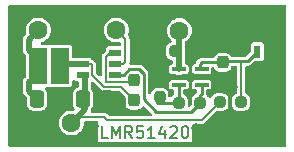
<source format=gbr>
%TF.GenerationSoftware,KiCad,Pcbnew,7.0.7*%
%TF.CreationDate,2023-11-19T15:45:14+03:00*%
%TF.ProjectId,Main_PCB_002,4d61696e-5f50-4434-925f-3030322e6b69,rev?*%
%TF.SameCoordinates,Original*%
%TF.FileFunction,Copper,L1,Top*%
%TF.FilePolarity,Positive*%
%FSLAX46Y46*%
G04 Gerber Fmt 4.6, Leading zero omitted, Abs format (unit mm)*
G04 Created by KiCad (PCBNEW 7.0.7) date 2023-11-19 15:45:14*
%MOMM*%
%LPD*%
G01*
G04 APERTURE LIST*
G04 Aperture macros list*
%AMRoundRect*
0 Rectangle with rounded corners*
0 $1 Rounding radius*
0 $2 $3 $4 $5 $6 $7 $8 $9 X,Y pos of 4 corners*
0 Add a 4 corners polygon primitive as box body*
4,1,4,$2,$3,$4,$5,$6,$7,$8,$9,$2,$3,0*
0 Add four circle primitives for the rounded corners*
1,1,$1+$1,$2,$3*
1,1,$1+$1,$4,$5*
1,1,$1+$1,$6,$7*
1,1,$1+$1,$8,$9*
0 Add four rect primitives between the rounded corners*
20,1,$1+$1,$2,$3,$4,$5,0*
20,1,$1+$1,$4,$5,$6,$7,0*
20,1,$1+$1,$6,$7,$8,$9,0*
20,1,$1+$1,$8,$9,$2,$3,0*%
G04 Aperture macros list end*
%ADD10C,0.150000*%
%TA.AperFunction,NonConductor*%
%ADD11C,0.150000*%
%TD*%
%TA.AperFunction,SMDPad,CuDef*%
%ADD12R,1.168400X0.304800*%
%TD*%
%TA.AperFunction,ComponentPad*%
%ADD13C,1.600000*%
%TD*%
%TA.AperFunction,SMDPad,CuDef*%
%ADD14RoundRect,0.250000X-0.337500X-0.475000X0.337500X-0.475000X0.337500X0.475000X-0.337500X0.475000X0*%
%TD*%
%TA.AperFunction,SMDPad,CuDef*%
%ADD15RoundRect,0.237500X-0.237500X0.300000X-0.237500X-0.300000X0.237500X-0.300000X0.237500X0.300000X0*%
%TD*%
%TA.AperFunction,SMDPad,CuDef*%
%ADD16R,0.600800X1.111200*%
%TD*%
%TA.AperFunction,SMDPad,CuDef*%
%ADD17RoundRect,0.237500X0.250000X0.237500X-0.250000X0.237500X-0.250000X-0.237500X0.250000X-0.237500X0*%
%TD*%
%TA.AperFunction,SMDPad,CuDef*%
%ADD18RoundRect,0.237500X-0.250000X-0.237500X0.250000X-0.237500X0.250000X0.237500X-0.250000X0.237500X0*%
%TD*%
%TA.AperFunction,SMDPad,CuDef*%
%ADD19RoundRect,0.237500X-0.237500X0.250000X-0.237500X-0.250000X0.237500X-0.250000X0.237500X0.250000X0*%
%TD*%
%TA.AperFunction,SMDPad,CuDef*%
%ADD20R,1.549400X3.098800*%
%TD*%
%TA.AperFunction,SMDPad,CuDef*%
%ADD21R,1.003300X0.558800*%
%TD*%
%TA.AperFunction,ViaPad*%
%ADD22C,0.800000*%
%TD*%
%TA.AperFunction,Conductor*%
%ADD23C,0.250000*%
%TD*%
%TA.AperFunction,Conductor*%
%ADD24C,0.200000*%
%TD*%
%TA.AperFunction,Conductor*%
%ADD25C,0.500000*%
%TD*%
G04 APERTURE END LIST*
D10*
D11*
X113842969Y-97024819D02*
X113366779Y-97024819D01*
X113366779Y-97024819D02*
X113366779Y-96024819D01*
X114176303Y-97024819D02*
X114176303Y-96024819D01*
X114176303Y-96024819D02*
X114509636Y-96739104D01*
X114509636Y-96739104D02*
X114842969Y-96024819D01*
X114842969Y-96024819D02*
X114842969Y-97024819D01*
X115890588Y-97024819D02*
X115557255Y-96548628D01*
X115319160Y-97024819D02*
X115319160Y-96024819D01*
X115319160Y-96024819D02*
X115700112Y-96024819D01*
X115700112Y-96024819D02*
X115795350Y-96072438D01*
X115795350Y-96072438D02*
X115842969Y-96120057D01*
X115842969Y-96120057D02*
X115890588Y-96215295D01*
X115890588Y-96215295D02*
X115890588Y-96358152D01*
X115890588Y-96358152D02*
X115842969Y-96453390D01*
X115842969Y-96453390D02*
X115795350Y-96501009D01*
X115795350Y-96501009D02*
X115700112Y-96548628D01*
X115700112Y-96548628D02*
X115319160Y-96548628D01*
X116795350Y-96024819D02*
X116319160Y-96024819D01*
X116319160Y-96024819D02*
X116271541Y-96501009D01*
X116271541Y-96501009D02*
X116319160Y-96453390D01*
X116319160Y-96453390D02*
X116414398Y-96405771D01*
X116414398Y-96405771D02*
X116652493Y-96405771D01*
X116652493Y-96405771D02*
X116747731Y-96453390D01*
X116747731Y-96453390D02*
X116795350Y-96501009D01*
X116795350Y-96501009D02*
X116842969Y-96596247D01*
X116842969Y-96596247D02*
X116842969Y-96834342D01*
X116842969Y-96834342D02*
X116795350Y-96929580D01*
X116795350Y-96929580D02*
X116747731Y-96977200D01*
X116747731Y-96977200D02*
X116652493Y-97024819D01*
X116652493Y-97024819D02*
X116414398Y-97024819D01*
X116414398Y-97024819D02*
X116319160Y-96977200D01*
X116319160Y-96977200D02*
X116271541Y-96929580D01*
X117795350Y-97024819D02*
X117223922Y-97024819D01*
X117509636Y-97024819D02*
X117509636Y-96024819D01*
X117509636Y-96024819D02*
X117414398Y-96167676D01*
X117414398Y-96167676D02*
X117319160Y-96262914D01*
X117319160Y-96262914D02*
X117223922Y-96310533D01*
X118652493Y-96358152D02*
X118652493Y-97024819D01*
X118414398Y-95977200D02*
X118176303Y-96691485D01*
X118176303Y-96691485D02*
X118795350Y-96691485D01*
X119128684Y-96120057D02*
X119176303Y-96072438D01*
X119176303Y-96072438D02*
X119271541Y-96024819D01*
X119271541Y-96024819D02*
X119509636Y-96024819D01*
X119509636Y-96024819D02*
X119604874Y-96072438D01*
X119604874Y-96072438D02*
X119652493Y-96120057D01*
X119652493Y-96120057D02*
X119700112Y-96215295D01*
X119700112Y-96215295D02*
X119700112Y-96310533D01*
X119700112Y-96310533D02*
X119652493Y-96453390D01*
X119652493Y-96453390D02*
X119081065Y-97024819D01*
X119081065Y-97024819D02*
X119700112Y-97024819D01*
X120319160Y-96024819D02*
X120414398Y-96024819D01*
X120414398Y-96024819D02*
X120509636Y-96072438D01*
X120509636Y-96072438D02*
X120557255Y-96120057D01*
X120557255Y-96120057D02*
X120604874Y-96215295D01*
X120604874Y-96215295D02*
X120652493Y-96405771D01*
X120652493Y-96405771D02*
X120652493Y-96643866D01*
X120652493Y-96643866D02*
X120604874Y-96834342D01*
X120604874Y-96834342D02*
X120557255Y-96929580D01*
X120557255Y-96929580D02*
X120509636Y-96977200D01*
X120509636Y-96977200D02*
X120414398Y-97024819D01*
X120414398Y-97024819D02*
X120319160Y-97024819D01*
X120319160Y-97024819D02*
X120223922Y-96977200D01*
X120223922Y-96977200D02*
X120176303Y-96929580D01*
X120176303Y-96929580D02*
X120128684Y-96834342D01*
X120128684Y-96834342D02*
X120081065Y-96643866D01*
X120081065Y-96643866D02*
X120081065Y-96405771D01*
X120081065Y-96405771D02*
X120128684Y-96215295D01*
X120128684Y-96215295D02*
X120176303Y-96120057D01*
X120176303Y-96120057D02*
X120223922Y-96072438D01*
X120223922Y-96072438D02*
X120319160Y-96024819D01*
D12*
%TO.P,U2,1,IN+*%
%TO.N,Net-(D5-Conn)*%
X119839100Y-91204252D03*
%TO.P,U2,2,V-*%
%TO.N,Net-(D1-Conn)*%
X119839100Y-91854251D03*
%TO.P,U2,3,IN-*%
%TO.N,Net-(U2-IN-)*%
X119839100Y-92504250D03*
%TO.P,U2,4,OUT*%
%TO.N,Net-(U1-FB)*%
X121769500Y-92504250D03*
%TO.P,U2,5,V+*%
%TO.N,Net-(U2-V+)*%
X121769500Y-91204252D03*
%TD*%
D13*
%TO.P,D4,1,Conn*%
%TO.N,Net-(D4-Conn)*%
X107950000Y-87884000D03*
%TD*%
%TO.P,D1,1,Conn*%
%TO.N,Net-(D1-Conn)*%
X123547500Y-95806250D03*
%TD*%
%TO.P,D5,1,Conn*%
%TO.N,Net-(D5-Conn)*%
X119888000Y-87932250D03*
%TD*%
D14*
%TO.P,C1,1*%
%TO.N,Net-(D2-Conn)*%
X111717000Y-93726000D03*
%TO.P,C1,2*%
%TO.N,Net-(D1-Conn)*%
X113792000Y-93726000D03*
%TD*%
D15*
%TO.P,C4,1*%
%TO.N,Net-(U2-V+)*%
X123547500Y-90625750D03*
%TO.P,C4,2*%
%TO.N,Net-(D1-Conn)*%
X123547500Y-92350750D03*
%TD*%
D14*
%TO.P,C3,1*%
%TO.N,Net-(D4-Conn)*%
X107828000Y-93726000D03*
%TO.P,C3,2*%
%TO.N,Net-(D1-Conn)*%
X109903000Y-93726000D03*
%TD*%
D15*
%TO.P,C2,1*%
%TO.N,Net-(U1-CB)*%
X116078000Y-92101500D03*
%TO.P,C2,2*%
%TO.N,Net-(U1-SW)*%
X116078000Y-93826500D03*
%TD*%
D16*
%TO.P,CR1,1*%
%TO.N,Net-(U2-V+)*%
X126492000Y-89715000D03*
%TO.P,CR1,2*%
%TO.N,Net-(D1-Conn)*%
X126492000Y-93165000D03*
%TD*%
D13*
%TO.P,D2,1,Conn*%
%TO.N,Net-(D2-Conn)*%
X110744000Y-95758000D03*
%TD*%
D17*
%TO.P,R1,1*%
%TO.N,Net-(D5-Conn)*%
X119530500Y-89662000D03*
%TO.P,R1,2*%
%TO.N,Net-(D1-Conn)*%
X117705500Y-89662000D03*
%TD*%
%TO.P,R4,1*%
%TO.N,Net-(U2-V+)*%
X125118500Y-93980000D03*
%TO.P,R4,2*%
%TO.N,Net-(D2-Conn)*%
X123293500Y-93980000D03*
%TD*%
D13*
%TO.P,D3,1,Conn*%
%TO.N,Net-(D3-Conn)*%
X114554000Y-87884000D03*
%TD*%
D18*
%TO.P,R2,1*%
%TO.N,Net-(U2-IN-)*%
X119841000Y-94028250D03*
%TO.P,R2,2*%
%TO.N,Net-(U1-FB)*%
X121666000Y-94028250D03*
%TD*%
D19*
%TO.P,R3,1*%
%TO.N,Net-(D1-Conn)*%
X118213500Y-91742250D03*
%TO.P,R3,2*%
%TO.N,Net-(U2-IN-)*%
X118213500Y-93567250D03*
%TD*%
D20*
%TO.P,L1,1,1*%
%TO.N,Net-(D4-Conn)*%
X107938400Y-90932000D03*
%TO.P,L1,2,2*%
%TO.N,Net-(U1-SW)*%
X109792600Y-90932000D03*
%TD*%
D21*
%TO.P,U1,1,GND*%
%TO.N,Net-(D1-Conn)*%
X111697600Y-89793998D03*
%TO.P,U1,2,SW*%
%TO.N,Net-(U1-SW)*%
X111697600Y-90743999D03*
%TO.P,U1,3,VIN*%
%TO.N,Net-(D2-Conn)*%
X111697600Y-91694000D03*
%TO.P,U1,4,FB*%
%TO.N,Net-(U1-FB)*%
X114453500Y-91694000D03*
%TO.P,U1,5,EN*%
%TO.N,Net-(D3-Conn)*%
X114453500Y-90743999D03*
%TO.P,U1,6,CB*%
%TO.N,Net-(U1-CB)*%
X114453500Y-89793998D03*
%TD*%
D22*
%TO.N,Net-(D1-Conn)*%
X125095000Y-89535000D03*
X121330883Y-96203500D03*
X112952376Y-90170674D03*
X114935000Y-94615000D03*
X112688679Y-96021180D03*
X106045000Y-89535000D03*
X124419000Y-92710000D03*
X120851364Y-91853966D03*
X116205000Y-89535000D03*
%TD*%
D23*
%TO.N,Net-(U2-V+)*%
X123547500Y-90625750D02*
X123648000Y-90525250D01*
X121666000Y-90726250D02*
X121666000Y-91100752D01*
X123648000Y-90525250D02*
X124968000Y-90525250D01*
X121666000Y-91100752D02*
X121769500Y-91204252D01*
X124968000Y-90525250D02*
X125681750Y-90525250D01*
D24*
X125118500Y-93980000D02*
X125118500Y-90675750D01*
X125118500Y-90675750D02*
X124968000Y-90525250D01*
D23*
X125681750Y-90525250D02*
X126492000Y-89715000D01*
X121766500Y-90625750D02*
X121666000Y-90726250D01*
X123547500Y-90625750D02*
X121766500Y-90625750D01*
D25*
%TO.N,Net-(D5-Conn)*%
X119839100Y-87981150D02*
X119888000Y-87932250D01*
X119839100Y-91204252D02*
X119839100Y-87981150D01*
D23*
%TO.N,Net-(U2-IN-)*%
X119841000Y-94028250D02*
X117959500Y-94028250D01*
X119841000Y-92506150D02*
X119839100Y-92504250D01*
X119841000Y-94028250D02*
X119841000Y-92506150D01*
D24*
%TO.N,Net-(D2-Conn)*%
X113541250Y-95253250D02*
X111509250Y-95253250D01*
D25*
X111892000Y-91888400D02*
X111697600Y-91694000D01*
X110744000Y-95758000D02*
X111379000Y-95123000D01*
X111892000Y-94610000D02*
X111892000Y-93726000D01*
D24*
X123293500Y-93980000D02*
X121769500Y-95504000D01*
X121769500Y-95504000D02*
X113792000Y-95504000D01*
X113792000Y-95504000D02*
X113541250Y-95253250D01*
D25*
X111379000Y-95123000D02*
X111892000Y-94610000D01*
X111892000Y-93726000D02*
X111892000Y-91888400D01*
D24*
X111509250Y-95253250D02*
X111379000Y-95123000D01*
%TO.N,Net-(D3-Conn)*%
X115316000Y-88646000D02*
X114554000Y-87884000D01*
X115316000Y-90583149D02*
X115316000Y-88646000D01*
X114453500Y-90743999D02*
X115155150Y-90743999D01*
X115155150Y-90743999D02*
X115316000Y-90583149D01*
%TO.N,Net-(U1-CB)*%
X113651850Y-92273400D02*
X113651850Y-90164599D01*
X114022451Y-89793998D02*
X114453500Y-89793998D01*
X115906100Y-92273400D02*
X113651850Y-92273400D01*
X116078000Y-92101500D02*
X115906100Y-92273400D01*
X113651850Y-90164599D02*
X114022451Y-89793998D01*
%TO.N,Net-(U1-SW)*%
X112499250Y-91686485D02*
X112499250Y-90843999D01*
D25*
X109980601Y-90743999D02*
X109792600Y-90932000D01*
D24*
X114952500Y-92701000D02*
X113513765Y-92701000D01*
X116078000Y-93826500D02*
X114952500Y-92701000D01*
D25*
X111697600Y-90743999D02*
X109980601Y-90743999D01*
D24*
X112499250Y-90843999D02*
X112399250Y-90743999D01*
X112399250Y-90743999D02*
X111697600Y-90743999D01*
X113513765Y-92701000D02*
X112499250Y-91686485D01*
D25*
%TO.N,Net-(D4-Conn)*%
X107116900Y-93014900D02*
X107828000Y-93726000D01*
X107116900Y-92327046D02*
X107116900Y-93014900D01*
X107938400Y-92180600D02*
X107263346Y-92180600D01*
X107938400Y-90932000D02*
X107938400Y-90358454D01*
X107116900Y-89536954D02*
X107116900Y-88717100D01*
X107263346Y-92180600D02*
X107116900Y-92327046D01*
X107938400Y-90932000D02*
X107938400Y-92180600D01*
X107116900Y-88717100D02*
X107950000Y-87884000D01*
X107938400Y-90358454D02*
X107116900Y-89536954D01*
D23*
%TO.N,Net-(U1-FB)*%
X121769500Y-93320250D02*
X121769500Y-92504250D01*
X117942250Y-94828250D02*
X116878000Y-93764000D01*
X120866000Y-94828250D02*
X117942250Y-94828250D01*
X121666000Y-94028250D02*
X120866000Y-94828250D01*
X116495495Y-91186000D02*
X115660505Y-91186000D01*
X115187860Y-91658645D02*
X114488855Y-91658645D01*
X116878000Y-91568505D02*
X116495495Y-91186000D01*
X121666000Y-93423750D02*
X121666000Y-94028250D01*
X115660505Y-91186000D02*
X115187860Y-91658645D01*
X121666000Y-93423750D02*
X121769500Y-93320250D01*
X114488855Y-91658645D02*
X114453500Y-91694000D01*
X116878000Y-93764000D02*
X116878000Y-91568505D01*
%TD*%
%TA.AperFunction,Conductor*%
%TO.N,Net-(D1-Conn)*%
G36*
X112597703Y-92281065D02*
G01*
X112604169Y-92287086D01*
X112896219Y-92579135D01*
X113231125Y-92914041D01*
X113247249Y-92933896D01*
X113252328Y-92941669D01*
X113277277Y-92961087D01*
X113278274Y-92961863D01*
X113284037Y-92966953D01*
X113285718Y-92968634D01*
X113286460Y-92969376D01*
X113304194Y-92982037D01*
X113344640Y-93013518D01*
X113351060Y-93016992D01*
X113351109Y-93017016D01*
X113351155Y-93017041D01*
X113357697Y-93020239D01*
X113357698Y-93020239D01*
X113357699Y-93020240D01*
X113371843Y-93024451D01*
X113406810Y-93034862D01*
X113452944Y-93050699D01*
X113455277Y-93051500D01*
X113455280Y-93051500D01*
X113462390Y-93052687D01*
X113462496Y-93052700D01*
X113462620Y-93052720D01*
X113469811Y-93053617D01*
X113520996Y-93051500D01*
X114755956Y-93051500D01*
X114822995Y-93071185D01*
X114843637Y-93087819D01*
X115316181Y-93560363D01*
X115349666Y-93621686D01*
X115352500Y-93648044D01*
X115352500Y-94173190D01*
X115358748Y-94231299D01*
X115387537Y-94308483D01*
X115407788Y-94362778D01*
X115491884Y-94475116D01*
X115582055Y-94542618D01*
X115603333Y-94558547D01*
X115604222Y-94559212D01*
X115696594Y-94593665D01*
X115735700Y-94608251D01*
X115793809Y-94614499D01*
X115793826Y-94614500D01*
X116362174Y-94614500D01*
X116362190Y-94614499D01*
X116420299Y-94608251D01*
X116420299Y-94608250D01*
X116551778Y-94559212D01*
X116664116Y-94475116D01*
X116747019Y-94364371D01*
X116802951Y-94322502D01*
X116872642Y-94317518D01*
X116933965Y-94351003D01*
X117524781Y-94941819D01*
X117558266Y-95003142D01*
X117553282Y-95072834D01*
X117511410Y-95128767D01*
X117445946Y-95153184D01*
X117437100Y-95153500D01*
X113988544Y-95153500D01*
X113921505Y-95133815D01*
X113900863Y-95117181D01*
X113823887Y-95040205D01*
X113807761Y-95020348D01*
X113802687Y-95012581D01*
X113776737Y-94992383D01*
X113770991Y-94987309D01*
X113768557Y-94984875D01*
X113768556Y-94984874D01*
X113768555Y-94984873D01*
X113762098Y-94980263D01*
X113750811Y-94972205D01*
X113710376Y-94940733D01*
X113710372Y-94940731D01*
X113703898Y-94937227D01*
X113697319Y-94934010D01*
X113648204Y-94919388D01*
X113599736Y-94902748D01*
X113592519Y-94901544D01*
X113585203Y-94900632D01*
X113535975Y-94902669D01*
X113534019Y-94902750D01*
X112498660Y-94902750D01*
X112431621Y-94883065D01*
X112385866Y-94830261D01*
X112375921Y-94761113D01*
X112377849Y-94747696D01*
X112384409Y-94721992D01*
X112386091Y-94717483D01*
X112389791Y-94665740D01*
X112390265Y-94661340D01*
X112392500Y-94645799D01*
X112392500Y-94630097D01*
X112392658Y-94625679D01*
X112392944Y-94621660D01*
X112393320Y-94616414D01*
X112417728Y-94550955D01*
X112498296Y-94443331D01*
X112548591Y-94308483D01*
X112555000Y-94248873D01*
X112554999Y-93203128D01*
X112548591Y-93143517D01*
X112542393Y-93126900D01*
X112498297Y-93008671D01*
X112498295Y-93008668D01*
X112417233Y-92900382D01*
X112392816Y-92834917D01*
X112392500Y-92826071D01*
X112392500Y-92374778D01*
X112412185Y-92307739D01*
X112464989Y-92261984D01*
X112534147Y-92252040D01*
X112597703Y-92281065D01*
G37*
%TD.AperFunction*%
%TA.AperFunction,Conductor*%
G36*
X128837539Y-85755185D02*
G01*
X128883294Y-85807989D01*
X128894500Y-85859500D01*
X128894500Y-97655500D01*
X128874815Y-97722539D01*
X128822011Y-97768294D01*
X128770500Y-97779500D01*
X105544500Y-97779500D01*
X105477461Y-97759815D01*
X105431706Y-97707011D01*
X105420500Y-97655500D01*
X105420500Y-92978827D01*
X106612540Y-92978827D01*
X106616242Y-93030569D01*
X106616400Y-93034994D01*
X106616400Y-93050699D01*
X106618634Y-93066243D01*
X106619107Y-93070640D01*
X106622809Y-93122385D01*
X106624493Y-93126900D01*
X106631048Y-93152582D01*
X106631734Y-93157355D01*
X106631735Y-93157357D01*
X106653283Y-93204542D01*
X106654971Y-93208616D01*
X106670437Y-93250081D01*
X106673104Y-93257231D01*
X106675996Y-93261094D01*
X106689517Y-93283883D01*
X106691519Y-93288267D01*
X106691522Y-93288271D01*
X106691523Y-93288273D01*
X106725498Y-93327483D01*
X106728262Y-93330913D01*
X106737675Y-93343488D01*
X106737682Y-93343496D01*
X106748786Y-93354600D01*
X106751796Y-93357832D01*
X106779484Y-93389786D01*
X106785771Y-93397042D01*
X106785774Y-93397045D01*
X106789828Y-93399650D01*
X106810471Y-93416285D01*
X106953681Y-93559495D01*
X106987166Y-93620818D01*
X106990000Y-93647176D01*
X106990000Y-94248870D01*
X106990001Y-94248876D01*
X106996408Y-94308483D01*
X107046702Y-94443328D01*
X107046706Y-94443335D01*
X107132952Y-94558544D01*
X107132955Y-94558547D01*
X107248164Y-94644793D01*
X107248171Y-94644797D01*
X107292526Y-94661340D01*
X107383017Y-94695091D01*
X107442627Y-94701500D01*
X108213372Y-94701499D01*
X108272983Y-94695091D01*
X108407831Y-94644796D01*
X108523046Y-94558546D01*
X108609296Y-94443331D01*
X108659591Y-94308483D01*
X108666000Y-94248873D01*
X108665999Y-93203128D01*
X108659591Y-93143517D01*
X108653393Y-93126900D01*
X108609297Y-93008671D01*
X108609296Y-93008669D01*
X108586956Y-92978827D01*
X108550561Y-92930210D01*
X108526145Y-92864747D01*
X108540996Y-92796474D01*
X108590401Y-92747068D01*
X108649829Y-92731900D01*
X108737776Y-92731900D01*
X108737777Y-92731899D01*
X108762348Y-92727011D01*
X108810837Y-92717367D01*
X108810838Y-92717366D01*
X108810840Y-92717366D01*
X108810840Y-92717365D01*
X108818041Y-92714383D01*
X108887510Y-92706910D01*
X108912959Y-92714383D01*
X108920162Y-92717367D01*
X108993221Y-92731899D01*
X108993224Y-92731900D01*
X108993226Y-92731900D01*
X110591976Y-92731900D01*
X110591977Y-92731899D01*
X110665040Y-92717366D01*
X110747901Y-92662001D01*
X110803266Y-92579140D01*
X110817800Y-92506074D01*
X110817800Y-92253990D01*
X110837485Y-92186951D01*
X110890289Y-92141196D01*
X110959447Y-92131252D01*
X111010690Y-92150888D01*
X111098206Y-92209364D01*
X111098208Y-92209364D01*
X111098210Y-92209366D01*
X111098212Y-92209366D01*
X111098214Y-92209367D01*
X111171271Y-92223899D01*
X111171274Y-92223900D01*
X111171276Y-92223900D01*
X111267500Y-92223900D01*
X111334539Y-92243585D01*
X111380294Y-92296389D01*
X111391500Y-92347900D01*
X111391499Y-92632679D01*
X111371814Y-92699719D01*
X111319010Y-92745474D01*
X111280759Y-92755968D01*
X111272019Y-92756907D01*
X111137171Y-92807202D01*
X111137164Y-92807206D01*
X111021955Y-92893452D01*
X111021952Y-92893455D01*
X110935706Y-93008664D01*
X110935702Y-93008671D01*
X110885408Y-93143517D01*
X110879417Y-93199245D01*
X110879001Y-93203123D01*
X110879000Y-93203135D01*
X110879000Y-94248870D01*
X110879001Y-94248876D01*
X110885408Y-94308483D01*
X110935702Y-94443328D01*
X110935704Y-94443331D01*
X110991694Y-94518124D01*
X111016112Y-94583587D01*
X111001261Y-94651860D01*
X110951856Y-94701266D01*
X110883584Y-94716119D01*
X110880275Y-94715838D01*
X110744001Y-94702417D01*
X110744000Y-94702417D01*
X110723718Y-94704414D01*
X110538067Y-94722699D01*
X110340043Y-94782769D01*
X110229897Y-94841643D01*
X110157550Y-94880315D01*
X110157548Y-94880316D01*
X110157547Y-94880317D01*
X109997589Y-95011589D01*
X109866317Y-95171547D01*
X109768769Y-95354043D01*
X109708699Y-95552067D01*
X109688417Y-95758000D01*
X109708699Y-95963932D01*
X109708700Y-95963934D01*
X109768768Y-96161954D01*
X109866315Y-96344450D01*
X109866317Y-96344452D01*
X109997589Y-96504410D01*
X110094209Y-96583702D01*
X110157550Y-96635685D01*
X110340046Y-96733232D01*
X110538066Y-96793300D01*
X110538065Y-96793300D01*
X110558347Y-96795297D01*
X110744000Y-96813583D01*
X110949934Y-96793300D01*
X111147954Y-96733232D01*
X111330450Y-96635685D01*
X111490410Y-96504410D01*
X111621685Y-96344450D01*
X111719232Y-96161954D01*
X111779300Y-95963934D01*
X111799583Y-95758000D01*
X111799583Y-95757997D01*
X111797801Y-95739902D01*
X111810821Y-95671256D01*
X111858886Y-95620547D01*
X111921204Y-95603750D01*
X112913679Y-95603750D01*
X112980718Y-95623435D01*
X113026473Y-95676239D01*
X113037679Y-95727750D01*
X113037679Y-97354609D01*
X120982373Y-97354609D01*
X120982374Y-97354609D01*
X120982374Y-95978500D01*
X121002059Y-95911461D01*
X121054863Y-95865706D01*
X121106374Y-95854500D01*
X121720289Y-95854500D01*
X121745734Y-95857138D01*
X121754815Y-95859043D01*
X121770505Y-95857087D01*
X121787439Y-95854977D01*
X121795115Y-95854500D01*
X121798535Y-95854500D01*
X121798540Y-95854500D01*
X121802108Y-95853904D01*
X121820039Y-95850913D01*
X121847458Y-95847494D01*
X121870893Y-95844573D01*
X121870902Y-95844568D01*
X121877951Y-95842470D01*
X121884877Y-95840092D01*
X121884881Y-95840092D01*
X121929944Y-95815704D01*
X121975984Y-95793198D01*
X121975987Y-95793194D01*
X121981953Y-95788935D01*
X121987754Y-95784419D01*
X121987758Y-95784418D01*
X122022457Y-95746724D01*
X123027362Y-94741819D01*
X123088686Y-94708334D01*
X123115044Y-94705500D01*
X123590174Y-94705500D01*
X123590190Y-94705499D01*
X123648299Y-94699251D01*
X123659452Y-94695091D01*
X123779778Y-94650212D01*
X123892116Y-94566116D01*
X123976212Y-94453778D01*
X124025251Y-94322299D01*
X124026313Y-94312424D01*
X124031499Y-94264190D01*
X124031500Y-94264173D01*
X124031500Y-93695826D01*
X124031499Y-93695809D01*
X124025251Y-93637700D01*
X124009628Y-93595814D01*
X123976212Y-93506222D01*
X123892116Y-93393884D01*
X123809145Y-93331772D01*
X123779780Y-93309789D01*
X123779778Y-93309788D01*
X123738307Y-93294320D01*
X123648299Y-93260748D01*
X123590190Y-93254500D01*
X123590174Y-93254500D01*
X122996826Y-93254500D01*
X122996809Y-93254500D01*
X122938700Y-93260748D01*
X122807219Y-93309789D01*
X122694884Y-93393884D01*
X122610788Y-93506221D01*
X122586932Y-93570180D01*
X122545060Y-93626113D01*
X122479595Y-93650529D01*
X122411323Y-93635676D01*
X122361918Y-93586270D01*
X122354574Y-93570191D01*
X122348712Y-93554472D01*
X122264616Y-93442134D01*
X122230086Y-93416285D01*
X122194689Y-93389786D01*
X122152818Y-93333853D01*
X122145000Y-93290520D01*
X122145000Y-93031150D01*
X122164685Y-92964111D01*
X122217489Y-92918356D01*
X122269000Y-92907150D01*
X122378376Y-92907150D01*
X122378377Y-92907149D01*
X122451440Y-92892616D01*
X122534301Y-92837251D01*
X122589666Y-92754390D01*
X122604200Y-92681324D01*
X122604200Y-92327176D01*
X122604200Y-92327173D01*
X122604199Y-92327171D01*
X122589667Y-92254114D01*
X122589666Y-92254110D01*
X122588283Y-92252040D01*
X122534301Y-92171249D01*
X122451440Y-92115884D01*
X122451439Y-92115883D01*
X122451435Y-92115882D01*
X122378377Y-92101350D01*
X122378374Y-92101350D01*
X121160626Y-92101350D01*
X121160623Y-92101350D01*
X121087564Y-92115882D01*
X121087560Y-92115883D01*
X121004699Y-92171249D01*
X120949333Y-92254110D01*
X120949332Y-92254114D01*
X120934800Y-92327171D01*
X120934800Y-92681328D01*
X120949332Y-92754385D01*
X120949333Y-92754389D01*
X120951017Y-92756909D01*
X121004699Y-92837251D01*
X121087559Y-92892616D01*
X121087560Y-92892616D01*
X121087564Y-92892617D01*
X121160621Y-92907149D01*
X121160624Y-92907150D01*
X121160626Y-92907150D01*
X121270000Y-92907150D01*
X121337039Y-92926835D01*
X121382794Y-92979639D01*
X121394000Y-93031150D01*
X121394000Y-93118770D01*
X121374315Y-93185809D01*
X121370923Y-93190815D01*
X121367852Y-93195117D01*
X121364905Y-93199245D01*
X121354627Y-93212450D01*
X121331192Y-93242558D01*
X121327447Y-93249479D01*
X121319479Y-93265780D01*
X121316882Y-93264510D01*
X121287633Y-93309627D01*
X121250140Y-93331772D01*
X121179724Y-93358036D01*
X121179721Y-93358038D01*
X121067384Y-93442134D01*
X120983289Y-93554469D01*
X120934248Y-93685950D01*
X120928000Y-93744059D01*
X120927999Y-93744076D01*
X120927999Y-94183850D01*
X120908314Y-94250890D01*
X120891680Y-94271531D01*
X120790681Y-94372530D01*
X120729358Y-94406015D01*
X120659666Y-94401031D01*
X120603733Y-94359159D01*
X120579316Y-94293695D01*
X120579000Y-94284849D01*
X120579000Y-93744076D01*
X120578999Y-93744059D01*
X120572751Y-93685950D01*
X120553999Y-93635676D01*
X120523712Y-93554472D01*
X120439616Y-93442134D01*
X120327278Y-93358038D01*
X120327277Y-93358037D01*
X120327270Y-93358034D01*
X120297165Y-93346805D01*
X120241231Y-93304934D01*
X120216815Y-93239469D01*
X120216499Y-93230623D01*
X120216500Y-93031149D01*
X120236185Y-92964110D01*
X120288989Y-92918355D01*
X120340500Y-92907150D01*
X120447976Y-92907150D01*
X120447977Y-92907149D01*
X120521040Y-92892616D01*
X120603901Y-92837251D01*
X120659266Y-92754390D01*
X120673800Y-92681324D01*
X120673800Y-92327176D01*
X120673799Y-92327176D01*
X120673800Y-92327173D01*
X120673799Y-92327171D01*
X120659267Y-92254114D01*
X120659266Y-92254110D01*
X120657883Y-92252040D01*
X120603901Y-92171249D01*
X120521040Y-92115884D01*
X120521039Y-92115883D01*
X120521035Y-92115882D01*
X120447977Y-92101350D01*
X120447974Y-92101350D01*
X119230226Y-92101350D01*
X119230223Y-92101350D01*
X119157164Y-92115882D01*
X119157160Y-92115883D01*
X119074299Y-92171249D01*
X119018933Y-92254110D01*
X119018932Y-92254114D01*
X119004400Y-92327171D01*
X119004400Y-92681328D01*
X119018932Y-92754385D01*
X119018933Y-92754389D01*
X119020617Y-92756909D01*
X119074299Y-92837251D01*
X119157159Y-92892616D01*
X119157160Y-92892616D01*
X119157164Y-92892617D01*
X119230221Y-92907149D01*
X119230224Y-92907150D01*
X119230226Y-92907150D01*
X119341500Y-92907150D01*
X119408539Y-92926835D01*
X119454294Y-92979639D01*
X119465500Y-93031150D01*
X119465500Y-93230625D01*
X119445815Y-93297664D01*
X119393011Y-93343419D01*
X119384835Y-93346806D01*
X119354721Y-93358038D01*
X119242383Y-93442134D01*
X119162266Y-93549157D01*
X119106332Y-93591027D01*
X119036640Y-93596011D01*
X118975318Y-93562525D01*
X118941833Y-93501202D01*
X118939000Y-93474845D01*
X118939000Y-93270576D01*
X118938999Y-93270559D01*
X118932751Y-93212450D01*
X118907040Y-93143517D01*
X118883712Y-93080972D01*
X118876385Y-93071185D01*
X118861649Y-93051500D01*
X118799616Y-92968634D01*
X118717484Y-92907150D01*
X118687280Y-92884539D01*
X118687278Y-92884538D01*
X118660644Y-92874604D01*
X118555799Y-92835498D01*
X118497690Y-92829250D01*
X118497674Y-92829250D01*
X117929326Y-92829250D01*
X117929309Y-92829250D01*
X117871200Y-92835498D01*
X117739719Y-92884539D01*
X117627384Y-92968634D01*
X117543287Y-93080972D01*
X117493681Y-93213970D01*
X117451810Y-93269904D01*
X117386345Y-93294320D01*
X117318072Y-93279468D01*
X117268667Y-93230062D01*
X117253500Y-93170636D01*
X117253500Y-92506074D01*
X117253500Y-91620298D01*
X117256137Y-91594867D01*
X117258367Y-91584237D01*
X117256325Y-91567858D01*
X117253977Y-91549012D01*
X117253500Y-91541336D01*
X117253500Y-91537394D01*
X117253498Y-91537381D01*
X117253476Y-91537252D01*
X117249657Y-91514364D01*
X117242866Y-91459879D01*
X117242864Y-91459875D01*
X117240622Y-91452345D01*
X117238065Y-91444897D01*
X117238065Y-91444895D01*
X117211944Y-91396627D01*
X117187826Y-91347294D01*
X117187824Y-91347292D01*
X117187824Y-91347291D01*
X117183276Y-91340921D01*
X117178420Y-91334681D01*
X117178419Y-91334679D01*
X117138030Y-91297498D01*
X116971352Y-91130820D01*
X116797644Y-90957111D01*
X116781517Y-90937252D01*
X116775581Y-90928167D01*
X116775578Y-90928163D01*
X116754755Y-90911956D01*
X116747567Y-90906361D01*
X116741805Y-90901272D01*
X116739010Y-90898477D01*
X116722405Y-90886623D01*
X116719999Y-90884905D01*
X116702457Y-90871251D01*
X116676684Y-90851190D01*
X116669769Y-90847448D01*
X116662695Y-90843990D01*
X116610091Y-90828329D01*
X116558153Y-90810499D01*
X116550418Y-90809208D01*
X116542580Y-90808231D01*
X116487739Y-90810500D01*
X115782202Y-90810500D01*
X115715163Y-90790815D01*
X115669408Y-90738011D01*
X115659464Y-90668853D01*
X115664921Y-90646235D01*
X115666500Y-90641637D01*
X115666500Y-90641635D01*
X115667692Y-90634491D01*
X115667701Y-90634421D01*
X115667714Y-90634340D01*
X115668617Y-90627101D01*
X115666500Y-90575919D01*
X115666500Y-89946190D01*
X118792500Y-89946190D01*
X118798748Y-90004299D01*
X118847789Y-90135780D01*
X118874776Y-90171829D01*
X118931884Y-90248116D01*
X119044222Y-90332212D01*
X119175701Y-90381251D01*
X119227857Y-90386858D01*
X119292406Y-90413595D01*
X119332254Y-90470987D01*
X119338600Y-90510147D01*
X119338600Y-90678290D01*
X119318915Y-90745329D01*
X119266111Y-90791084D01*
X119236009Y-90799203D01*
X119236200Y-90800163D01*
X119157164Y-90815884D01*
X119157160Y-90815885D01*
X119074299Y-90871251D01*
X119018933Y-90954112D01*
X119018932Y-90954116D01*
X119004400Y-91027173D01*
X119004400Y-91381330D01*
X119018932Y-91454387D01*
X119018933Y-91454391D01*
X119037305Y-91481887D01*
X119074299Y-91537253D01*
X119134715Y-91577621D01*
X119157160Y-91592618D01*
X119157164Y-91592619D01*
X119230221Y-91607151D01*
X119230224Y-91607152D01*
X119230226Y-91607152D01*
X119503861Y-91607152D01*
X119570900Y-91626837D01*
X119629044Y-91664204D01*
X119629049Y-91664206D01*
X119767136Y-91704751D01*
X119767138Y-91704752D01*
X119767139Y-91704752D01*
X119911062Y-91704752D01*
X119911062Y-91704751D01*
X120049153Y-91664205D01*
X120049155Y-91664204D01*
X120107300Y-91626837D01*
X120174339Y-91607152D01*
X120447976Y-91607152D01*
X120447977Y-91607151D01*
X120521040Y-91592618D01*
X120603901Y-91537253D01*
X120659266Y-91454392D01*
X120673799Y-91381330D01*
X120934800Y-91381330D01*
X120949332Y-91454387D01*
X120949333Y-91454391D01*
X120967705Y-91481887D01*
X121004699Y-91537253D01*
X121065115Y-91577621D01*
X121087560Y-91592618D01*
X121087564Y-91592619D01*
X121160621Y-91607151D01*
X121160624Y-91607152D01*
X121160626Y-91607152D01*
X122378376Y-91607152D01*
X122378377Y-91607151D01*
X122451440Y-91592618D01*
X122534301Y-91537253D01*
X122589666Y-91454392D01*
X122604200Y-91381326D01*
X122604200Y-91125250D01*
X122623885Y-91058211D01*
X122676689Y-91012456D01*
X122728200Y-91001250D01*
X122731226Y-91001250D01*
X122798265Y-91020935D01*
X122844020Y-91073739D01*
X122847407Y-91081916D01*
X122877287Y-91162027D01*
X122877288Y-91162028D01*
X122961384Y-91274366D01*
X123073722Y-91358462D01*
X123166094Y-91392915D01*
X123205200Y-91407501D01*
X123263309Y-91413749D01*
X123263326Y-91413750D01*
X123831674Y-91413750D01*
X123831690Y-91413749D01*
X123889799Y-91407501D01*
X123918953Y-91396627D01*
X124021278Y-91358462D01*
X124133616Y-91274366D01*
X124217712Y-91162028D01*
X124266751Y-91030549D01*
X124268799Y-91011493D01*
X124295538Y-90946943D01*
X124352931Y-90907095D01*
X124392089Y-90900750D01*
X124644000Y-90900750D01*
X124711039Y-90920435D01*
X124756794Y-90973239D01*
X124767999Y-91024749D01*
X124767999Y-92099310D01*
X124767999Y-93173051D01*
X124748314Y-93240091D01*
X124695510Y-93285845D01*
X124687333Y-93289232D01*
X124632222Y-93309787D01*
X124519884Y-93393884D01*
X124435789Y-93506219D01*
X124386748Y-93637700D01*
X124380500Y-93695809D01*
X124380500Y-94264190D01*
X124386748Y-94322299D01*
X124417973Y-94406015D01*
X124431891Y-94443331D01*
X124435789Y-94453780D01*
X124469351Y-94498612D01*
X124519884Y-94566116D01*
X124584517Y-94614500D01*
X124629420Y-94648115D01*
X124632222Y-94650212D01*
X124724594Y-94684665D01*
X124763700Y-94699251D01*
X124821809Y-94705499D01*
X124821826Y-94705500D01*
X125415174Y-94705500D01*
X125415190Y-94705499D01*
X125473299Y-94699251D01*
X125484452Y-94695091D01*
X125604778Y-94650212D01*
X125717116Y-94566116D01*
X125801212Y-94453778D01*
X125850251Y-94322299D01*
X125851313Y-94312424D01*
X125856499Y-94264190D01*
X125856500Y-94264173D01*
X125856500Y-93695826D01*
X125856499Y-93695809D01*
X125850251Y-93637700D01*
X125834628Y-93595814D01*
X125801212Y-93506222D01*
X125717116Y-93393884D01*
X125604778Y-93309788D01*
X125604346Y-93309627D01*
X125549665Y-93289231D01*
X125493732Y-93247359D01*
X125469316Y-93181894D01*
X125469000Y-93173050D01*
X125469000Y-91024750D01*
X125488685Y-90957711D01*
X125541489Y-90911956D01*
X125593000Y-90900750D01*
X125629946Y-90900750D01*
X125655391Y-90903389D01*
X125659190Y-90904185D01*
X125666018Y-90905617D01*
X125686975Y-90903004D01*
X125701242Y-90901227D01*
X125708918Y-90900750D01*
X125712862Y-90900750D01*
X125712864Y-90900750D01*
X125712866Y-90900749D01*
X125712872Y-90900749D01*
X125728237Y-90898184D01*
X125735890Y-90896907D01*
X125790376Y-90890116D01*
X125790377Y-90890115D01*
X125790379Y-90890115D01*
X125797891Y-90887878D01*
X125805356Y-90885316D01*
X125805356Y-90885315D01*
X125805360Y-90885315D01*
X125853627Y-90859194D01*
X125902961Y-90835076D01*
X125902963Y-90835073D01*
X125909344Y-90830518D01*
X125915568Y-90825673D01*
X125915576Y-90825669D01*
X125952758Y-90785278D01*
X126066493Y-90671543D01*
X126180618Y-90557419D01*
X126241941Y-90523934D01*
X126268299Y-90521100D01*
X126817076Y-90521100D01*
X126817077Y-90521099D01*
X126890140Y-90506566D01*
X126973001Y-90451201D01*
X127028366Y-90368340D01*
X127042900Y-90295274D01*
X127042900Y-89134726D01*
X127042900Y-89134725D01*
X127042900Y-89134723D01*
X127042899Y-89134721D01*
X127028367Y-89061664D01*
X127028366Y-89061660D01*
X127003294Y-89024137D01*
X126973001Y-88978799D01*
X126895323Y-88926897D01*
X126890139Y-88923433D01*
X126890135Y-88923432D01*
X126817077Y-88908900D01*
X126817074Y-88908900D01*
X126166926Y-88908900D01*
X126166923Y-88908900D01*
X126093864Y-88923432D01*
X126093860Y-88923433D01*
X126010999Y-88978799D01*
X125955633Y-89061660D01*
X125955632Y-89061664D01*
X125941100Y-89134721D01*
X125941100Y-89683500D01*
X125921415Y-89750539D01*
X125904781Y-89771181D01*
X125562531Y-90113431D01*
X125501208Y-90146916D01*
X125474850Y-90149750D01*
X124324199Y-90149750D01*
X124257160Y-90130065D01*
X124224765Y-90095270D01*
X124223027Y-90096572D01*
X124200195Y-90066072D01*
X124133616Y-89977134D01*
X124056091Y-89919099D01*
X124021280Y-89893039D01*
X124021278Y-89893038D01*
X123977351Y-89876654D01*
X123889799Y-89843998D01*
X123831690Y-89837750D01*
X123831674Y-89837750D01*
X123263326Y-89837750D01*
X123263309Y-89837750D01*
X123205200Y-89843998D01*
X123073719Y-89893039D01*
X122961384Y-89977134D01*
X122877287Y-90089472D01*
X122847407Y-90169584D01*
X122805536Y-90225518D01*
X122740071Y-90249934D01*
X122731226Y-90250250D01*
X121818304Y-90250250D01*
X121792857Y-90247611D01*
X121790213Y-90247056D01*
X121782229Y-90245382D01*
X121747009Y-90249773D01*
X121739332Y-90250250D01*
X121735386Y-90250250D01*
X121718106Y-90253133D01*
X121712346Y-90254094D01*
X121657868Y-90260885D01*
X121650344Y-90263125D01*
X121642892Y-90265684D01*
X121594619Y-90291807D01*
X121545290Y-90315922D01*
X121538898Y-90320485D01*
X121532674Y-90325330D01*
X121495503Y-90365708D01*
X121437108Y-90424102D01*
X121417254Y-90440226D01*
X121408165Y-90446164D01*
X121408164Y-90446165D01*
X121386363Y-90474173D01*
X121381286Y-90479924D01*
X121378484Y-90482727D01*
X121378474Y-90482738D01*
X121364905Y-90501745D01*
X121331192Y-90545058D01*
X121327447Y-90551979D01*
X121323988Y-90559054D01*
X121308329Y-90611653D01*
X121290500Y-90663588D01*
X121289207Y-90671334D01*
X121286962Y-90689354D01*
X121283775Y-90688956D01*
X121271051Y-90740019D01*
X121220186Y-90787919D01*
X121166682Y-90800722D01*
X121166686Y-90800755D01*
X121166449Y-90800778D01*
X121164052Y-90801352D01*
X121160623Y-90801352D01*
X121087564Y-90815884D01*
X121087560Y-90815885D01*
X121004699Y-90871251D01*
X120949333Y-90954112D01*
X120949332Y-90954116D01*
X120934800Y-91027173D01*
X120934800Y-91381330D01*
X120673799Y-91381330D01*
X120673800Y-91381326D01*
X120673800Y-91027178D01*
X120673799Y-91027178D01*
X120673800Y-91027175D01*
X120673799Y-91027173D01*
X120659267Y-90954116D01*
X120659266Y-90954112D01*
X120654476Y-90946943D01*
X120603901Y-90871251D01*
X120521040Y-90815886D01*
X120521039Y-90815885D01*
X120521035Y-90815884D01*
X120442000Y-90800163D01*
X120442419Y-90798056D01*
X120386629Y-90775508D01*
X120346287Y-90718461D01*
X120339600Y-90678290D01*
X120339600Y-88956336D01*
X120359285Y-88889297D01*
X120405145Y-88846978D01*
X120474450Y-88809935D01*
X120634410Y-88678660D01*
X120765685Y-88518700D01*
X120863232Y-88336204D01*
X120923300Y-88138184D01*
X120943583Y-87932250D01*
X120923300Y-87726316D01*
X120863232Y-87528296D01*
X120765685Y-87345800D01*
X120713702Y-87282459D01*
X120634410Y-87185839D01*
X120474452Y-87054567D01*
X120474453Y-87054567D01*
X120474450Y-87054565D01*
X120291954Y-86957018D01*
X120093934Y-86896950D01*
X120093932Y-86896949D01*
X120093934Y-86896949D01*
X119906463Y-86878485D01*
X119888000Y-86876667D01*
X119887999Y-86876667D01*
X119682067Y-86896949D01*
X119484043Y-86957019D01*
X119391815Y-87006317D01*
X119301550Y-87054565D01*
X119301548Y-87054566D01*
X119301547Y-87054567D01*
X119141589Y-87185839D01*
X119010317Y-87345797D01*
X118912769Y-87528293D01*
X118852699Y-87726317D01*
X118832417Y-87932250D01*
X118852699Y-88138182D01*
X118852700Y-88138184D01*
X118912768Y-88336204D01*
X119010315Y-88518700D01*
X119031576Y-88544607D01*
X119141589Y-88678660D01*
X119206896Y-88732255D01*
X119246231Y-88790001D01*
X119248102Y-88859845D01*
X119211915Y-88919614D01*
X119171566Y-88944290D01*
X119044222Y-88991787D01*
X118931884Y-89075884D01*
X118847789Y-89188219D01*
X118798748Y-89319700D01*
X118792500Y-89377809D01*
X118792500Y-89946190D01*
X115666500Y-89946190D01*
X115666500Y-88695213D01*
X115669140Y-88669764D01*
X115671043Y-88660687D01*
X115667268Y-88630410D01*
X115666975Y-88628062D01*
X115666499Y-88620386D01*
X115666500Y-88616960D01*
X115662912Y-88595459D01*
X115656573Y-88544607D01*
X115656571Y-88544603D01*
X115654502Y-88537653D01*
X115654470Y-88537559D01*
X115654446Y-88537478D01*
X115652092Y-88530622D01*
X115652092Y-88530619D01*
X115627702Y-88485550D01*
X115605198Y-88439517D01*
X115605197Y-88439516D01*
X115605197Y-88439515D01*
X115600926Y-88433534D01*
X115596417Y-88427741D01*
X115568025Y-88401604D01*
X115532035Y-88341716D01*
X115533348Y-88274382D01*
X115589300Y-88089934D01*
X115609583Y-87884000D01*
X115589300Y-87678066D01*
X115529232Y-87480046D01*
X115431685Y-87297550D01*
X115340007Y-87185839D01*
X115300410Y-87137589D01*
X115140452Y-87006317D01*
X115140453Y-87006317D01*
X115140450Y-87006315D01*
X114957954Y-86908768D01*
X114759934Y-86848700D01*
X114759932Y-86848699D01*
X114759934Y-86848699D01*
X114554000Y-86828417D01*
X114348067Y-86848699D01*
X114150043Y-86908769D01*
X114039898Y-86967643D01*
X113967550Y-87006315D01*
X113967548Y-87006316D01*
X113967547Y-87006317D01*
X113807589Y-87137589D01*
X113676317Y-87297547D01*
X113578769Y-87480043D01*
X113518699Y-87678067D01*
X113498417Y-87884000D01*
X113518699Y-88089932D01*
X113533336Y-88138184D01*
X113578768Y-88287954D01*
X113676315Y-88470450D01*
X113688707Y-88485550D01*
X113807589Y-88630410D01*
X113891436Y-88699220D01*
X113967550Y-88761685D01*
X114150046Y-88859232D01*
X114348066Y-88919300D01*
X114348065Y-88919300D01*
X114368347Y-88921297D01*
X114554000Y-88939583D01*
X114759934Y-88919300D01*
X114805506Y-88905475D01*
X114875372Y-88904853D01*
X114934485Y-88942101D01*
X114964075Y-89005395D01*
X114965500Y-89024137D01*
X114965500Y-89140098D01*
X114945815Y-89207137D01*
X114893011Y-89252892D01*
X114841500Y-89264098D01*
X113927173Y-89264098D01*
X113854114Y-89278630D01*
X113854110Y-89278631D01*
X113771249Y-89333997D01*
X113715883Y-89416858D01*
X113715882Y-89416862D01*
X113701350Y-89489919D01*
X113701350Y-89568054D01*
X113681665Y-89635093D01*
X113665031Y-89655735D01*
X113438805Y-89881960D01*
X113418956Y-89898081D01*
X113411181Y-89903161D01*
X113390993Y-89929097D01*
X113385917Y-89934847D01*
X113383484Y-89937280D01*
X113383473Y-89937293D01*
X113370804Y-89955037D01*
X113339333Y-89995471D01*
X113335825Y-90001952D01*
X113332610Y-90008531D01*
X113317988Y-90057644D01*
X113301348Y-90106115D01*
X113300144Y-90113332D01*
X113299232Y-90120645D01*
X113301350Y-90171829D01*
X113301350Y-91693540D01*
X113281665Y-91760579D01*
X113228861Y-91806334D01*
X113159703Y-91816278D01*
X113096147Y-91787253D01*
X113089669Y-91781221D01*
X112886069Y-91577621D01*
X112852584Y-91516298D01*
X112849750Y-91489940D01*
X112849750Y-90893205D01*
X112852389Y-90867759D01*
X112854292Y-90858684D01*
X112852032Y-90840560D01*
X112850227Y-90826067D01*
X112849750Y-90818390D01*
X112849750Y-90814962D01*
X112849748Y-90814949D01*
X112849005Y-90810499D01*
X112846160Y-90793448D01*
X112839823Y-90742606D01*
X112839822Y-90742603D01*
X112837768Y-90735703D01*
X112837725Y-90735578D01*
X112837687Y-90735452D01*
X112835342Y-90728617D01*
X112810954Y-90683554D01*
X112788449Y-90637517D01*
X112784169Y-90631523D01*
X112779669Y-90625743D01*
X112779668Y-90625741D01*
X112741974Y-90591041D01*
X112681888Y-90530954D01*
X112665761Y-90511097D01*
X112660687Y-90503330D01*
X112634737Y-90483132D01*
X112628991Y-90478058D01*
X112626557Y-90475624D01*
X112626556Y-90475623D01*
X112626555Y-90475622D01*
X112620062Y-90470987D01*
X112608811Y-90462954D01*
X112568376Y-90431482D01*
X112568372Y-90431480D01*
X112561898Y-90427976D01*
X112555319Y-90424760D01*
X112553109Y-90424102D01*
X112506204Y-90410137D01*
X112491193Y-90404984D01*
X112434180Y-90364598D01*
X112428358Y-90356594D01*
X112379852Y-90283999D01*
X112296989Y-90228632D01*
X112296985Y-90228631D01*
X112223927Y-90214099D01*
X112223924Y-90214099D01*
X111171276Y-90214099D01*
X111171274Y-90214099D01*
X111098209Y-90228632D01*
X111086927Y-90233306D01*
X111085333Y-90229457D01*
X111040583Y-90243479D01*
X111038347Y-90243499D01*
X110941800Y-90243499D01*
X110874761Y-90223814D01*
X110829006Y-90171010D01*
X110817800Y-90119499D01*
X110817800Y-89357923D01*
X110817799Y-89357921D01*
X110803267Y-89284864D01*
X110803266Y-89284860D01*
X110799103Y-89278630D01*
X110747901Y-89201999D01*
X110680686Y-89157088D01*
X110665039Y-89146633D01*
X110665035Y-89146632D01*
X110591977Y-89132100D01*
X110591974Y-89132100D01*
X108993226Y-89132100D01*
X108993223Y-89132100D01*
X108920164Y-89146632D01*
X108912954Y-89149619D01*
X108843484Y-89157088D01*
X108818046Y-89149619D01*
X108810835Y-89146632D01*
X108737777Y-89132100D01*
X108737774Y-89132100D01*
X108290368Y-89132100D01*
X108223329Y-89112415D01*
X108177574Y-89059611D01*
X108167630Y-88990453D01*
X108196655Y-88926897D01*
X108254372Y-88889439D01*
X108353954Y-88859232D01*
X108536450Y-88761685D01*
X108696410Y-88630410D01*
X108827685Y-88470450D01*
X108925232Y-88287954D01*
X108985300Y-88089934D01*
X109005583Y-87884000D01*
X108985300Y-87678066D01*
X108925232Y-87480046D01*
X108827685Y-87297550D01*
X108736007Y-87185839D01*
X108696410Y-87137589D01*
X108536452Y-87006317D01*
X108536453Y-87006317D01*
X108536450Y-87006315D01*
X108353954Y-86908768D01*
X108155934Y-86848700D01*
X108155932Y-86848699D01*
X108155934Y-86848699D01*
X107950000Y-86828417D01*
X107744067Y-86848699D01*
X107546043Y-86908769D01*
X107435898Y-86967643D01*
X107363550Y-87006315D01*
X107363548Y-87006316D01*
X107363547Y-87006317D01*
X107203589Y-87137589D01*
X107072317Y-87297547D01*
X106974769Y-87480043D01*
X106914699Y-87678067D01*
X106894417Y-87884000D01*
X106914699Y-88089934D01*
X106921416Y-88112077D01*
X106922037Y-88181943D01*
X106890435Y-88235749D01*
X106810468Y-88315716D01*
X106789838Y-88332343D01*
X106785776Y-88334954D01*
X106785767Y-88334961D01*
X106751805Y-88374155D01*
X106748792Y-88377391D01*
X106737681Y-88388502D01*
X106728254Y-88401096D01*
X106725487Y-88404528D01*
X106712275Y-88419776D01*
X106691523Y-88443726D01*
X106691517Y-88443736D01*
X106689515Y-88448120D01*
X106676000Y-88470899D01*
X106673106Y-88474764D01*
X106673100Y-88474775D01*
X106654978Y-88523364D01*
X106653285Y-88527453D01*
X106631735Y-88574643D01*
X106631733Y-88574650D01*
X106631046Y-88579427D01*
X106624498Y-88605086D01*
X106622810Y-88609613D01*
X106622809Y-88609617D01*
X106619107Y-88661360D01*
X106618634Y-88665756D01*
X106616400Y-88681299D01*
X106616400Y-88697004D01*
X106616242Y-88701429D01*
X106612541Y-88753169D01*
X106612541Y-88753173D01*
X106613566Y-88757885D01*
X106616400Y-88784243D01*
X106616400Y-89469812D01*
X106613567Y-89496160D01*
X106612541Y-89500881D01*
X106612541Y-89500883D01*
X106612541Y-89500884D01*
X106616242Y-89552623D01*
X106616400Y-89557048D01*
X106616400Y-89572753D01*
X106618634Y-89588297D01*
X106619107Y-89592694D01*
X106622809Y-89644439D01*
X106624493Y-89648954D01*
X106631048Y-89674636D01*
X106631734Y-89679409D01*
X106631735Y-89679411D01*
X106653283Y-89726596D01*
X106654971Y-89730670D01*
X106673103Y-89779283D01*
X106675996Y-89783148D01*
X106689517Y-89805937D01*
X106691519Y-89810321D01*
X106691522Y-89810325D01*
X106691523Y-89810327D01*
X106725498Y-89849537D01*
X106728262Y-89852967D01*
X106737675Y-89865542D01*
X106737682Y-89865550D01*
X106748786Y-89876654D01*
X106751796Y-89879886D01*
X106779710Y-89912101D01*
X106785771Y-89919096D01*
X106785774Y-89919099D01*
X106789828Y-89921704D01*
X106810471Y-89938339D01*
X106876881Y-90004749D01*
X106910366Y-90066072D01*
X106913200Y-90092430D01*
X106913200Y-91766295D01*
X106893515Y-91833334D01*
X106882919Y-91847491D01*
X106881202Y-91849471D01*
X106878589Y-91853538D01*
X106861962Y-91874168D01*
X106810468Y-91925662D01*
X106789838Y-91942289D01*
X106785776Y-91944900D01*
X106785767Y-91944907D01*
X106751805Y-91984101D01*
X106748792Y-91987337D01*
X106737681Y-91998448D01*
X106728254Y-92011042D01*
X106725487Y-92014474D01*
X106712275Y-92029722D01*
X106691523Y-92053672D01*
X106691517Y-92053682D01*
X106689515Y-92058066D01*
X106676000Y-92080845D01*
X106673106Y-92084710D01*
X106673100Y-92084721D01*
X106654978Y-92133310D01*
X106653285Y-92137399D01*
X106631735Y-92184589D01*
X106631733Y-92184596D01*
X106631046Y-92189373D01*
X106624498Y-92215032D01*
X106622810Y-92219559D01*
X106622809Y-92219563D01*
X106619107Y-92271306D01*
X106618634Y-92275702D01*
X106616400Y-92291245D01*
X106616400Y-92306950D01*
X106616242Y-92311375D01*
X106612540Y-92363116D01*
X106612541Y-92363119D01*
X106613566Y-92367834D01*
X106616399Y-92394185D01*
X106616399Y-92947759D01*
X106613567Y-92974108D01*
X106612540Y-92978827D01*
X105420500Y-92978827D01*
X105420500Y-85859500D01*
X105440185Y-85792461D01*
X105492989Y-85746706D01*
X105544500Y-85735500D01*
X128770500Y-85735500D01*
X128837539Y-85755185D01*
G37*
%TD.AperFunction*%
%TD*%
M02*

</source>
